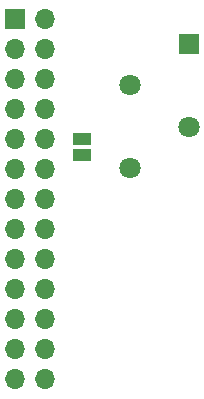
<source format=gbr>
%TF.GenerationSoftware,KiCad,Pcbnew,7.0.6-0*%
%TF.CreationDate,2023-10-30T11:37:55+11:00*%
%TF.ProjectId,controllino-can,636f6e74-726f-46c6-9c69-6e6f2d63616e,rev?*%
%TF.SameCoordinates,Original*%
%TF.FileFunction,Soldermask,Bot*%
%TF.FilePolarity,Negative*%
%FSLAX46Y46*%
G04 Gerber Fmt 4.6, Leading zero omitted, Abs format (unit mm)*
G04 Created by KiCad (PCBNEW 7.0.6-0) date 2023-10-30 11:37:55*
%MOMM*%
%LPD*%
G01*
G04 APERTURE LIST*
%ADD10R,1.800000X1.800000*%
%ADD11C,1.800000*%
%ADD12R,1.500000X1.000000*%
%ADD13R,1.700000X1.700000*%
%ADD14O,1.700000X1.700000*%
G04 APERTURE END LIST*
D10*
%TO.C,J5*%
X79883000Y-43870500D03*
D11*
X74883000Y-47370500D03*
X79883000Y-50870500D03*
X74883000Y-54370500D03*
%TD*%
D12*
%TO.C,JP1*%
X70866000Y-51943000D03*
X70866000Y-53243000D03*
%TD*%
D13*
%TO.C,J2*%
X65151000Y-41783000D03*
D14*
X67691000Y-41783000D03*
X65151000Y-44323000D03*
X67691000Y-44323000D03*
X65151000Y-46863000D03*
X67691000Y-46863000D03*
X65151000Y-49403000D03*
X67691000Y-49403000D03*
X65151000Y-51943000D03*
X67691000Y-51943000D03*
X65151000Y-54483000D03*
X67691000Y-54483000D03*
X65151000Y-57023000D03*
X67691000Y-57023000D03*
X65151000Y-59563000D03*
X67691000Y-59563000D03*
X65151000Y-62103000D03*
X67691000Y-62103000D03*
X65151000Y-64643000D03*
X67691000Y-64643000D03*
X65151000Y-67183000D03*
X67691000Y-67183000D03*
X65151000Y-69723000D03*
X67691000Y-69723000D03*
X65151000Y-72263000D03*
X67691000Y-72263000D03*
%TD*%
M02*

</source>
